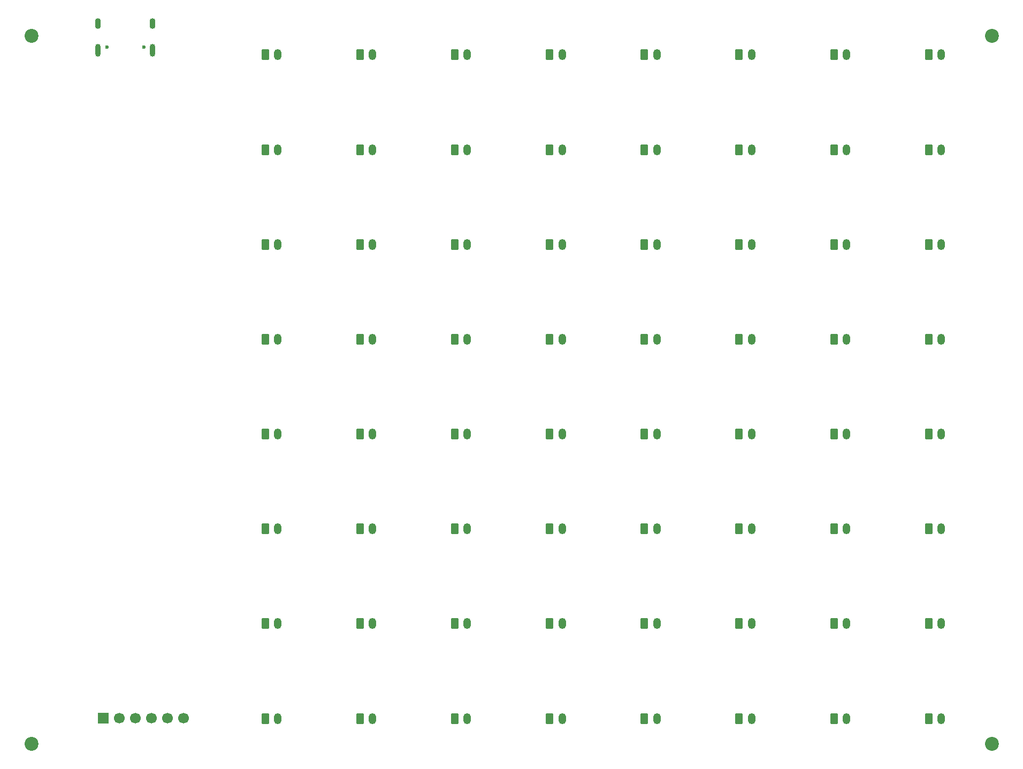
<source format=gbr>
%TF.GenerationSoftware,KiCad,Pcbnew,9.0.1*%
%TF.CreationDate,2025-04-23T11:08:09-04:00*%
%TF.ProjectId,KnH0F,4b6e4830-462e-46b6-9963-61645f706362,rev?*%
%TF.SameCoordinates,Original*%
%TF.FileFunction,Soldermask,Bot*%
%TF.FilePolarity,Negative*%
%FSLAX46Y46*%
G04 Gerber Fmt 4.6, Leading zero omitted, Abs format (unit mm)*
G04 Created by KiCad (PCBNEW 9.0.1) date 2025-04-23 11:08:09*
%MOMM*%
%LPD*%
G01*
G04 APERTURE LIST*
G04 Aperture macros list*
%AMRoundRect*
0 Rectangle with rounded corners*
0 $1 Rounding radius*
0 $2 $3 $4 $5 $6 $7 $8 $9 X,Y pos of 4 corners*
0 Add a 4 corners polygon primitive as box body*
4,1,4,$2,$3,$4,$5,$6,$7,$8,$9,$2,$3,0*
0 Add four circle primitives for the rounded corners*
1,1,$1+$1,$2,$3*
1,1,$1+$1,$4,$5*
1,1,$1+$1,$6,$7*
1,1,$1+$1,$8,$9*
0 Add four rect primitives between the rounded corners*
20,1,$1+$1,$2,$3,$4,$5,0*
20,1,$1+$1,$4,$5,$6,$7,0*
20,1,$1+$1,$6,$7,$8,$9,0*
20,1,$1+$1,$8,$9,$2,$3,0*%
G04 Aperture macros list end*
%ADD10RoundRect,0.250000X-0.350000X-0.625000X0.350000X-0.625000X0.350000X0.625000X-0.350000X0.625000X0*%
%ADD11O,1.200000X1.750000*%
%ADD12C,2.200000*%
%ADD13C,0.600000*%
%ADD14O,0.900000X2.000000*%
%ADD15O,0.900000X1.700000*%
%ADD16R,1.700000X1.700000*%
%ADD17C,1.700000*%
G04 APERTURE END LIST*
D10*
%TO.C,SW53*%
X121000000Y-117000000D03*
D11*
X123000000Y-117000000D03*
%TD*%
D10*
%TO.C,SW36*%
X106000000Y-87000000D03*
D11*
X108000000Y-87000000D03*
%TD*%
D10*
%TO.C,SW37*%
X121000000Y-87000000D03*
D11*
X123000000Y-87000000D03*
%TD*%
D10*
%TO.C,SW32*%
X166000000Y-72000000D03*
D11*
X168000000Y-72000000D03*
%TD*%
D10*
%TO.C,SW44*%
X106000000Y-102000000D03*
D11*
X108000000Y-102000000D03*
%TD*%
D10*
%TO.C,SW20*%
X106000000Y-57000000D03*
D11*
X108000000Y-57000000D03*
%TD*%
D10*
%TO.C,SW6*%
X136000000Y-27000000D03*
D11*
X138000000Y-27000000D03*
%TD*%
D10*
%TO.C,SW29*%
X121000000Y-72000000D03*
D11*
X123000000Y-72000000D03*
%TD*%
D10*
%TO.C,SW47*%
X151000000Y-102000000D03*
D11*
X153000000Y-102000000D03*
%TD*%
D10*
%TO.C,SW48*%
X166000000Y-102000000D03*
D11*
X168000000Y-102000000D03*
%TD*%
D10*
%TO.C,SW4*%
X106000000Y-27000000D03*
D11*
X108000000Y-27000000D03*
%TD*%
D10*
%TO.C,SW23*%
X151000000Y-57000000D03*
D11*
X153000000Y-57000000D03*
%TD*%
D10*
%TO.C,SW28*%
X106000000Y-72000000D03*
D11*
X108000000Y-72000000D03*
%TD*%
D10*
%TO.C,SW62*%
X136000000Y-132000000D03*
D11*
X138000000Y-132000000D03*
%TD*%
D10*
%TO.C,SW63*%
X151000000Y-132000000D03*
D11*
X153000000Y-132000000D03*
%TD*%
D10*
%TO.C,SW18*%
X76000000Y-57000000D03*
D11*
X78000000Y-57000000D03*
%TD*%
D10*
%TO.C,SW51*%
X91000000Y-117000000D03*
D11*
X93000000Y-117000000D03*
%TD*%
D10*
%TO.C,SW61*%
X121000000Y-132000000D03*
D11*
X123000000Y-132000000D03*
%TD*%
D10*
%TO.C,SW1*%
X61000000Y-27000000D03*
D11*
X63000000Y-27000000D03*
%TD*%
D10*
%TO.C,SW33*%
X61000000Y-87000000D03*
D11*
X63000000Y-87000000D03*
%TD*%
D10*
%TO.C,SW58*%
X76000000Y-132000000D03*
D11*
X78000000Y-132000000D03*
%TD*%
D10*
%TO.C,SW25*%
X61000000Y-72000000D03*
D11*
X63000000Y-72000000D03*
%TD*%
D10*
%TO.C,SW8*%
X166000000Y-27000000D03*
D11*
X168000000Y-27000000D03*
%TD*%
D10*
%TO.C,SW7*%
X151000000Y-27000000D03*
D11*
X153000000Y-27000000D03*
%TD*%
D10*
%TO.C,SW38*%
X136000000Y-87000000D03*
D11*
X138000000Y-87000000D03*
%TD*%
D10*
%TO.C,SW35*%
X91000000Y-87000000D03*
D11*
X93000000Y-87000000D03*
%TD*%
D10*
%TO.C,SW2*%
X76000000Y-27000000D03*
D11*
X78000000Y-27000000D03*
%TD*%
D10*
%TO.C,SW16*%
X166000000Y-42000000D03*
D11*
X168000000Y-42000000D03*
%TD*%
D10*
%TO.C,SW21*%
X121000000Y-57000000D03*
D11*
X123000000Y-57000000D03*
%TD*%
D10*
%TO.C,SW27*%
X91000000Y-72000000D03*
D11*
X93000000Y-72000000D03*
%TD*%
D10*
%TO.C,SW9*%
X61000000Y-42000000D03*
D11*
X63000000Y-42000000D03*
%TD*%
D10*
%TO.C,SW46*%
X136000000Y-102000000D03*
D11*
X138000000Y-102000000D03*
%TD*%
D10*
%TO.C,SW49*%
X61000000Y-117000000D03*
D11*
X63000000Y-117000000D03*
%TD*%
D10*
%TO.C,SW40*%
X166000000Y-87000000D03*
D11*
X168000000Y-87000000D03*
%TD*%
D10*
%TO.C,SW5*%
X121000000Y-27000000D03*
D11*
X123000000Y-27000000D03*
%TD*%
D10*
%TO.C,SW30*%
X136000000Y-72000000D03*
D11*
X138000000Y-72000000D03*
%TD*%
D10*
%TO.C,SW10*%
X76000000Y-42000000D03*
D11*
X78000000Y-42000000D03*
%TD*%
D10*
%TO.C,SW17*%
X61000000Y-57000000D03*
D11*
X63000000Y-57000000D03*
%TD*%
D10*
%TO.C,SW22*%
X136000000Y-57000000D03*
D11*
X138000000Y-57000000D03*
%TD*%
D10*
%TO.C,SW55*%
X151000000Y-117000000D03*
D11*
X153000000Y-117000000D03*
%TD*%
D10*
%TO.C,SW31*%
X151000000Y-72000000D03*
D11*
X153000000Y-72000000D03*
%TD*%
D10*
%TO.C,SW19*%
X91000000Y-57000000D03*
D11*
X93000000Y-57000000D03*
%TD*%
D10*
%TO.C,SW15*%
X151000000Y-42000000D03*
D11*
X153000000Y-42000000D03*
%TD*%
D10*
%TO.C,SW3*%
X91000000Y-27000000D03*
D11*
X93000000Y-27000000D03*
%TD*%
D10*
%TO.C,SW26*%
X76000000Y-72000000D03*
D11*
X78000000Y-72000000D03*
%TD*%
D10*
%TO.C,SW34*%
X76000000Y-87000000D03*
D11*
X78000000Y-87000000D03*
%TD*%
D10*
%TO.C,SW54*%
X136000000Y-117000000D03*
D11*
X138000000Y-117000000D03*
%TD*%
D10*
%TO.C,SW64*%
X166000000Y-132000000D03*
D11*
X168000000Y-132000000D03*
%TD*%
D10*
%TO.C,SW50*%
X76000000Y-117000000D03*
D11*
X78000000Y-117000000D03*
%TD*%
D10*
%TO.C,SW12*%
X106000000Y-42000000D03*
D11*
X108000000Y-42000000D03*
%TD*%
D10*
%TO.C,SW43*%
X91000000Y-102000000D03*
D11*
X93000000Y-102000000D03*
%TD*%
D10*
%TO.C,SW60*%
X106000000Y-132000000D03*
D11*
X108000000Y-132000000D03*
%TD*%
D10*
%TO.C,SW52*%
X106000000Y-117000000D03*
D11*
X108000000Y-117000000D03*
%TD*%
D10*
%TO.C,SW14*%
X136000000Y-42000000D03*
D11*
X138000000Y-42000000D03*
%TD*%
D10*
%TO.C,SW57*%
X61000000Y-132000000D03*
D11*
X63000000Y-132000000D03*
%TD*%
D10*
%TO.C,SW39*%
X151000000Y-87000000D03*
D11*
X153000000Y-87000000D03*
%TD*%
D10*
%TO.C,SW59*%
X91000000Y-132000000D03*
D11*
X93000000Y-132000000D03*
%TD*%
D10*
%TO.C,SW13*%
X121000000Y-42000000D03*
D11*
X123000000Y-42000000D03*
%TD*%
D10*
%TO.C,SW45*%
X121000000Y-102000000D03*
D11*
X123000000Y-102000000D03*
%TD*%
D10*
%TO.C,SW42*%
X76000000Y-102000000D03*
D11*
X78000000Y-102000000D03*
%TD*%
D10*
%TO.C,SW11*%
X91000000Y-42000000D03*
D11*
X93000000Y-42000000D03*
%TD*%
D10*
%TO.C,SW56*%
X166000000Y-117000000D03*
D11*
X168000000Y-117000000D03*
%TD*%
D10*
%TO.C,SW24*%
X166000000Y-57000000D03*
D11*
X168000000Y-57000000D03*
%TD*%
D10*
%TO.C,SW41*%
X61000000Y-102000000D03*
D11*
X63000000Y-102000000D03*
%TD*%
D12*
%TO.C,H1*%
X24000000Y-24000000D03*
%TD*%
%TO.C,H2*%
X176000000Y-24000000D03*
%TD*%
%TO.C,H3*%
X24000000Y-136000000D03*
%TD*%
%TO.C,H4*%
X176000000Y-136000000D03*
%TD*%
D13*
%TO.C,J1*%
X41780000Y-25770000D03*
X36000000Y-25770000D03*
D14*
X43210000Y-26250000D03*
D15*
X43210000Y-22080000D03*
D14*
X34570000Y-26250000D03*
D15*
X34570000Y-22080000D03*
%TD*%
D16*
%TO.C,J2*%
X35350000Y-131960000D03*
D17*
X37890000Y-131960000D03*
X40430000Y-131960000D03*
X42970000Y-131960000D03*
X45510000Y-131960000D03*
X48050000Y-131960000D03*
%TD*%
M02*

</source>
